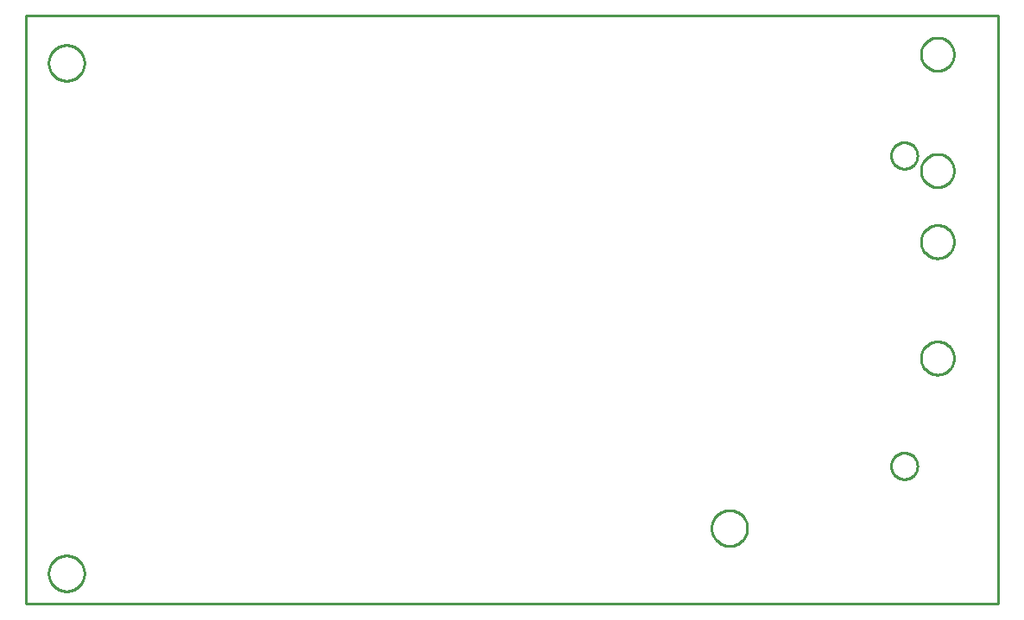
<source format=gbr>
G04 EAGLE Gerber RS-274X export*
G75*
%MOMM*%
%FSLAX34Y34*%
%LPD*%
%IN*%
%IPPOS*%
%AMOC8*
5,1,8,0,0,1.08239X$1,22.5*%
G01*
%ADD10C,0.254000*%


D10*
X0Y0D02*
X953950Y0D01*
X953950Y577610D01*
X0Y577610D01*
X0Y0D01*
X57500Y530527D02*
X57425Y529384D01*
X57276Y528248D01*
X57052Y527124D01*
X56755Y526017D01*
X56387Y524932D01*
X55949Y523874D01*
X55442Y522846D01*
X54869Y521854D01*
X54232Y520901D01*
X53535Y519992D01*
X52779Y519131D01*
X51969Y518321D01*
X51108Y517565D01*
X50199Y516868D01*
X49246Y516231D01*
X48254Y515658D01*
X47226Y515151D01*
X46168Y514713D01*
X45083Y514345D01*
X43976Y514048D01*
X42852Y513825D01*
X41716Y513675D01*
X40573Y513600D01*
X39427Y513600D01*
X38284Y513675D01*
X37148Y513825D01*
X36024Y514048D01*
X34917Y514345D01*
X33832Y514713D01*
X32774Y515151D01*
X31746Y515658D01*
X30754Y516231D01*
X29801Y516868D01*
X28892Y517565D01*
X28031Y518321D01*
X27221Y519131D01*
X26465Y519992D01*
X25768Y520901D01*
X25131Y521854D01*
X24558Y522846D01*
X24051Y523874D01*
X23613Y524932D01*
X23245Y526017D01*
X22948Y527124D01*
X22725Y528248D01*
X22575Y529384D01*
X22500Y530527D01*
X22500Y531673D01*
X22575Y532816D01*
X22725Y533952D01*
X22948Y535076D01*
X23245Y536183D01*
X23613Y537268D01*
X24051Y538326D01*
X24558Y539354D01*
X25131Y540346D01*
X25768Y541299D01*
X26465Y542208D01*
X27221Y543069D01*
X28031Y543879D01*
X28892Y544635D01*
X29801Y545332D01*
X30754Y545969D01*
X31746Y546542D01*
X32774Y547049D01*
X33832Y547487D01*
X34917Y547855D01*
X36024Y548152D01*
X37148Y548376D01*
X38284Y548525D01*
X39427Y548600D01*
X40573Y548600D01*
X41716Y548525D01*
X42852Y548376D01*
X43976Y548152D01*
X45083Y547855D01*
X46168Y547487D01*
X47226Y547049D01*
X48254Y546542D01*
X49246Y545969D01*
X50199Y545332D01*
X51108Y544635D01*
X51969Y543879D01*
X52779Y543069D01*
X53535Y542208D01*
X54232Y541299D01*
X54869Y540346D01*
X55442Y539354D01*
X55949Y538326D01*
X56387Y537268D01*
X56755Y536183D01*
X57052Y535076D01*
X57276Y533952D01*
X57425Y532816D01*
X57500Y531673D01*
X57500Y530527D01*
X707590Y73907D02*
X707515Y72764D01*
X707366Y71628D01*
X707142Y70504D01*
X706845Y69397D01*
X706477Y68312D01*
X706039Y67254D01*
X705532Y66226D01*
X704959Y65234D01*
X704322Y64281D01*
X703625Y63372D01*
X702869Y62511D01*
X702059Y61701D01*
X701198Y60945D01*
X700289Y60248D01*
X699336Y59611D01*
X698344Y59038D01*
X697316Y58531D01*
X696258Y58093D01*
X695173Y57725D01*
X694066Y57428D01*
X692942Y57205D01*
X691806Y57055D01*
X690663Y56980D01*
X689517Y56980D01*
X688374Y57055D01*
X687238Y57205D01*
X686114Y57428D01*
X685007Y57725D01*
X683922Y58093D01*
X682864Y58531D01*
X681836Y59038D01*
X680844Y59611D01*
X679891Y60248D01*
X678982Y60945D01*
X678121Y61701D01*
X677311Y62511D01*
X676555Y63372D01*
X675858Y64281D01*
X675221Y65234D01*
X674648Y66226D01*
X674141Y67254D01*
X673703Y68312D01*
X673335Y69397D01*
X673038Y70504D01*
X672815Y71628D01*
X672665Y72764D01*
X672590Y73907D01*
X672590Y75053D01*
X672665Y76196D01*
X672815Y77332D01*
X673038Y78456D01*
X673335Y79563D01*
X673703Y80648D01*
X674141Y81706D01*
X674648Y82734D01*
X675221Y83726D01*
X675858Y84679D01*
X676555Y85588D01*
X677311Y86449D01*
X678121Y87259D01*
X678982Y88015D01*
X679891Y88712D01*
X680844Y89349D01*
X681836Y89922D01*
X682864Y90429D01*
X683922Y90867D01*
X685007Y91235D01*
X686114Y91532D01*
X687238Y91756D01*
X688374Y91905D01*
X689517Y91980D01*
X690663Y91980D01*
X691806Y91905D01*
X692942Y91756D01*
X694066Y91532D01*
X695173Y91235D01*
X696258Y90867D01*
X697316Y90429D01*
X698344Y89922D01*
X699336Y89349D01*
X700289Y88712D01*
X701198Y88015D01*
X702059Y87259D01*
X702869Y86449D01*
X703625Y85588D01*
X704322Y84679D01*
X704959Y83726D01*
X705532Y82734D01*
X706039Y81706D01*
X706477Y80648D01*
X706845Y79563D01*
X707142Y78456D01*
X707366Y77332D01*
X707515Y76196D01*
X707590Y75053D01*
X707590Y73907D01*
X57500Y29427D02*
X57425Y28284D01*
X57276Y27148D01*
X57052Y26024D01*
X56755Y24917D01*
X56387Y23832D01*
X55949Y22774D01*
X55442Y21746D01*
X54869Y20754D01*
X54232Y19801D01*
X53535Y18892D01*
X52779Y18031D01*
X51969Y17221D01*
X51108Y16465D01*
X50199Y15768D01*
X49246Y15131D01*
X48254Y14558D01*
X47226Y14051D01*
X46168Y13613D01*
X45083Y13245D01*
X43976Y12948D01*
X42852Y12725D01*
X41716Y12575D01*
X40573Y12500D01*
X39427Y12500D01*
X38284Y12575D01*
X37148Y12725D01*
X36024Y12948D01*
X34917Y13245D01*
X33832Y13613D01*
X32774Y14051D01*
X31746Y14558D01*
X30754Y15131D01*
X29801Y15768D01*
X28892Y16465D01*
X28031Y17221D01*
X27221Y18031D01*
X26465Y18892D01*
X25768Y19801D01*
X25131Y20754D01*
X24558Y21746D01*
X24051Y22774D01*
X23613Y23832D01*
X23245Y24917D01*
X22948Y26024D01*
X22725Y27148D01*
X22575Y28284D01*
X22500Y29427D01*
X22500Y30573D01*
X22575Y31716D01*
X22725Y32852D01*
X22948Y33976D01*
X23245Y35083D01*
X23613Y36168D01*
X24051Y37226D01*
X24558Y38254D01*
X25131Y39246D01*
X25768Y40199D01*
X26465Y41108D01*
X27221Y41969D01*
X28031Y42779D01*
X28892Y43535D01*
X29801Y44232D01*
X30754Y44869D01*
X31746Y45442D01*
X32774Y45949D01*
X33832Y46387D01*
X34917Y46755D01*
X36024Y47052D01*
X37148Y47276D01*
X38284Y47425D01*
X39427Y47500D01*
X40573Y47500D01*
X41716Y47425D01*
X42852Y47276D01*
X43976Y47052D01*
X45083Y46755D01*
X46168Y46387D01*
X47226Y45949D01*
X48254Y45442D01*
X49246Y44869D01*
X50199Y44232D01*
X51108Y43535D01*
X51969Y42779D01*
X52779Y41969D01*
X53535Y41108D01*
X54232Y40199D01*
X54869Y39246D01*
X55442Y38254D01*
X55949Y37226D01*
X56387Y36168D01*
X56755Y35083D01*
X57052Y33976D01*
X57276Y32852D01*
X57425Y31716D01*
X57500Y30573D01*
X57500Y29427D01*
X874443Y134933D02*
X874364Y133922D01*
X874205Y132921D01*
X873968Y131935D01*
X873655Y130971D01*
X873267Y130034D01*
X872807Y129130D01*
X872277Y128266D01*
X871681Y127446D01*
X871022Y126675D01*
X870305Y125958D01*
X869534Y125299D01*
X868714Y124703D01*
X867850Y124173D01*
X866946Y123713D01*
X866009Y123325D01*
X865045Y123012D01*
X864059Y122775D01*
X863058Y122616D01*
X862047Y122537D01*
X861033Y122537D01*
X860022Y122616D01*
X859021Y122775D01*
X858035Y123012D01*
X857071Y123325D01*
X856134Y123713D01*
X855230Y124173D01*
X854366Y124703D01*
X853546Y125299D01*
X852775Y125958D01*
X852058Y126675D01*
X851399Y127446D01*
X850803Y128266D01*
X850273Y129130D01*
X849813Y130034D01*
X849425Y130971D01*
X849112Y131935D01*
X848875Y132921D01*
X848716Y133922D01*
X848637Y134933D01*
X848637Y135947D01*
X848716Y136958D01*
X848875Y137959D01*
X849112Y138945D01*
X849425Y139909D01*
X849813Y140846D01*
X850273Y141750D01*
X850803Y142614D01*
X851399Y143434D01*
X852058Y144205D01*
X852775Y144922D01*
X853546Y145581D01*
X854366Y146177D01*
X855230Y146707D01*
X856134Y147167D01*
X857071Y147555D01*
X858035Y147868D01*
X859021Y148105D01*
X860022Y148264D01*
X861033Y148343D01*
X862047Y148343D01*
X863058Y148264D01*
X864059Y148105D01*
X865045Y147868D01*
X866009Y147555D01*
X866946Y147167D01*
X867850Y146707D01*
X868714Y146177D01*
X869534Y145581D01*
X870305Y144922D01*
X871022Y144205D01*
X871681Y143434D01*
X872277Y142614D01*
X872807Y141750D01*
X873267Y140846D01*
X873655Y139909D01*
X873968Y138945D01*
X874205Y137959D01*
X874364Y136958D01*
X874443Y135947D01*
X874443Y134933D01*
X874443Y439733D02*
X874364Y438722D01*
X874205Y437721D01*
X873968Y436735D01*
X873655Y435771D01*
X873267Y434834D01*
X872807Y433930D01*
X872277Y433066D01*
X871681Y432246D01*
X871022Y431475D01*
X870305Y430758D01*
X869534Y430099D01*
X868714Y429503D01*
X867850Y428973D01*
X866946Y428513D01*
X866009Y428125D01*
X865045Y427812D01*
X864059Y427575D01*
X863058Y427416D01*
X862047Y427337D01*
X861033Y427337D01*
X860022Y427416D01*
X859021Y427575D01*
X858035Y427812D01*
X857071Y428125D01*
X856134Y428513D01*
X855230Y428973D01*
X854366Y429503D01*
X853546Y430099D01*
X852775Y430758D01*
X852058Y431475D01*
X851399Y432246D01*
X850803Y433066D01*
X850273Y433930D01*
X849813Y434834D01*
X849425Y435771D01*
X849112Y436735D01*
X848875Y437721D01*
X848716Y438722D01*
X848637Y439733D01*
X848637Y440747D01*
X848716Y441758D01*
X848875Y442759D01*
X849112Y443745D01*
X849425Y444709D01*
X849813Y445646D01*
X850273Y446550D01*
X850803Y447414D01*
X851399Y448234D01*
X852058Y449005D01*
X852775Y449722D01*
X853546Y450381D01*
X854366Y450977D01*
X855230Y451507D01*
X856134Y451967D01*
X857071Y452355D01*
X858035Y452668D01*
X859021Y452905D01*
X860022Y453064D01*
X861033Y453143D01*
X862047Y453143D01*
X863058Y453064D01*
X864059Y452905D01*
X865045Y452668D01*
X866009Y452355D01*
X866946Y451967D01*
X867850Y451507D01*
X868714Y450977D01*
X869534Y450381D01*
X870305Y449722D01*
X871022Y449005D01*
X871681Y448234D01*
X872277Y447414D01*
X872807Y446550D01*
X873267Y445646D01*
X873655Y444709D01*
X873968Y443745D01*
X874205Y442759D01*
X874364Y441758D01*
X874443Y440747D01*
X874443Y439733D01*
X894612Y441700D02*
X895674Y441630D01*
X896728Y441492D01*
X897772Y441284D01*
X898800Y441009D01*
X899807Y440667D01*
X900790Y440259D01*
X901744Y439789D01*
X902666Y439257D01*
X903550Y438666D01*
X904394Y438018D01*
X905194Y437317D01*
X905947Y436564D01*
X906648Y435764D01*
X907296Y434920D01*
X907887Y434036D01*
X908419Y433114D01*
X908889Y432160D01*
X909297Y431177D01*
X909639Y430170D01*
X909914Y429142D01*
X910122Y428098D01*
X910260Y427044D01*
X910330Y425982D01*
X910330Y424918D01*
X910260Y423856D01*
X910122Y422802D01*
X909914Y421758D01*
X909639Y420730D01*
X909297Y419723D01*
X908889Y418740D01*
X908419Y417786D01*
X907887Y416864D01*
X907296Y415980D01*
X906648Y415136D01*
X905947Y414336D01*
X905194Y413583D01*
X904394Y412882D01*
X903550Y412234D01*
X902666Y411643D01*
X901744Y411111D01*
X900790Y410641D01*
X899807Y410233D01*
X898800Y409891D01*
X897772Y409616D01*
X896728Y409408D01*
X895674Y409270D01*
X894612Y409200D01*
X893548Y409200D01*
X892486Y409270D01*
X891432Y409408D01*
X890388Y409616D01*
X889360Y409891D01*
X888353Y410233D01*
X887370Y410641D01*
X886416Y411111D01*
X885494Y411643D01*
X884610Y412234D01*
X883766Y412882D01*
X882966Y413583D01*
X882213Y414336D01*
X881512Y415136D01*
X880864Y415980D01*
X880273Y416864D01*
X879741Y417786D01*
X879271Y418740D01*
X878863Y419723D01*
X878521Y420730D01*
X878246Y421758D01*
X878038Y422802D01*
X877900Y423856D01*
X877830Y424918D01*
X877830Y425982D01*
X877900Y427044D01*
X878038Y428098D01*
X878246Y429142D01*
X878521Y430170D01*
X878863Y431177D01*
X879271Y432160D01*
X879741Y433114D01*
X880273Y434036D01*
X880864Y434920D01*
X881512Y435764D01*
X882213Y436564D01*
X882966Y437317D01*
X883766Y438018D01*
X884610Y438666D01*
X885494Y439257D01*
X886416Y439789D01*
X887370Y440259D01*
X888353Y440667D01*
X889360Y441009D01*
X890388Y441284D01*
X891432Y441492D01*
X892486Y441630D01*
X893548Y441700D01*
X894612Y441700D01*
X894612Y556000D02*
X895674Y555930D01*
X896728Y555792D01*
X897772Y555584D01*
X898800Y555309D01*
X899807Y554967D01*
X900790Y554559D01*
X901744Y554089D01*
X902666Y553557D01*
X903550Y552966D01*
X904394Y552318D01*
X905194Y551617D01*
X905947Y550864D01*
X906648Y550064D01*
X907296Y549220D01*
X907887Y548336D01*
X908419Y547414D01*
X908889Y546460D01*
X909297Y545477D01*
X909639Y544470D01*
X909914Y543442D01*
X910122Y542398D01*
X910260Y541344D01*
X910330Y540282D01*
X910330Y539218D01*
X910260Y538156D01*
X910122Y537102D01*
X909914Y536058D01*
X909639Y535030D01*
X909297Y534023D01*
X908889Y533040D01*
X908419Y532086D01*
X907887Y531164D01*
X907296Y530280D01*
X906648Y529436D01*
X905947Y528636D01*
X905194Y527883D01*
X904394Y527182D01*
X903550Y526534D01*
X902666Y525943D01*
X901744Y525411D01*
X900790Y524941D01*
X899807Y524533D01*
X898800Y524191D01*
X897772Y523916D01*
X896728Y523708D01*
X895674Y523570D01*
X894612Y523500D01*
X893548Y523500D01*
X892486Y523570D01*
X891432Y523708D01*
X890388Y523916D01*
X889360Y524191D01*
X888353Y524533D01*
X887370Y524941D01*
X886416Y525411D01*
X885494Y525943D01*
X884610Y526534D01*
X883766Y527182D01*
X882966Y527883D01*
X882213Y528636D01*
X881512Y529436D01*
X880864Y530280D01*
X880273Y531164D01*
X879741Y532086D01*
X879271Y533040D01*
X878863Y534023D01*
X878521Y535030D01*
X878246Y536058D01*
X878038Y537102D01*
X877900Y538156D01*
X877830Y539218D01*
X877830Y540282D01*
X877900Y541344D01*
X878038Y542398D01*
X878246Y543442D01*
X878521Y544470D01*
X878863Y545477D01*
X879271Y546460D01*
X879741Y547414D01*
X880273Y548336D01*
X880864Y549220D01*
X881512Y550064D01*
X882213Y550864D01*
X882966Y551617D01*
X883766Y552318D01*
X884610Y552966D01*
X885494Y553557D01*
X886416Y554089D01*
X887370Y554559D01*
X888353Y554967D01*
X889360Y555309D01*
X890388Y555584D01*
X891432Y555792D01*
X892486Y555930D01*
X893548Y556000D01*
X894612Y556000D01*
X894612Y257550D02*
X895674Y257480D01*
X896728Y257342D01*
X897772Y257134D01*
X898800Y256859D01*
X899807Y256517D01*
X900790Y256109D01*
X901744Y255639D01*
X902666Y255107D01*
X903550Y254516D01*
X904394Y253868D01*
X905194Y253167D01*
X905947Y252414D01*
X906648Y251614D01*
X907296Y250770D01*
X907887Y249886D01*
X908419Y248964D01*
X908889Y248010D01*
X909297Y247027D01*
X909639Y246020D01*
X909914Y244992D01*
X910122Y243948D01*
X910260Y242894D01*
X910330Y241832D01*
X910330Y240768D01*
X910260Y239706D01*
X910122Y238652D01*
X909914Y237608D01*
X909639Y236580D01*
X909297Y235573D01*
X908889Y234590D01*
X908419Y233636D01*
X907887Y232714D01*
X907296Y231830D01*
X906648Y230986D01*
X905947Y230186D01*
X905194Y229433D01*
X904394Y228732D01*
X903550Y228084D01*
X902666Y227493D01*
X901744Y226961D01*
X900790Y226491D01*
X899807Y226083D01*
X898800Y225741D01*
X897772Y225466D01*
X896728Y225258D01*
X895674Y225120D01*
X894612Y225050D01*
X893548Y225050D01*
X892486Y225120D01*
X891432Y225258D01*
X890388Y225466D01*
X889360Y225741D01*
X888353Y226083D01*
X887370Y226491D01*
X886416Y226961D01*
X885494Y227493D01*
X884610Y228084D01*
X883766Y228732D01*
X882966Y229433D01*
X882213Y230186D01*
X881512Y230986D01*
X880864Y231830D01*
X880273Y232714D01*
X879741Y233636D01*
X879271Y234590D01*
X878863Y235573D01*
X878521Y236580D01*
X878246Y237608D01*
X878038Y238652D01*
X877900Y239706D01*
X877830Y240768D01*
X877830Y241832D01*
X877900Y242894D01*
X878038Y243948D01*
X878246Y244992D01*
X878521Y246020D01*
X878863Y247027D01*
X879271Y248010D01*
X879741Y248964D01*
X880273Y249886D01*
X880864Y250770D01*
X881512Y251614D01*
X882213Y252414D01*
X882966Y253167D01*
X883766Y253868D01*
X884610Y254516D01*
X885494Y255107D01*
X886416Y255639D01*
X887370Y256109D01*
X888353Y256517D01*
X889360Y256859D01*
X890388Y257134D01*
X891432Y257342D01*
X892486Y257480D01*
X893548Y257550D01*
X894612Y257550D01*
X894612Y371850D02*
X895674Y371780D01*
X896728Y371642D01*
X897772Y371434D01*
X898800Y371159D01*
X899807Y370817D01*
X900790Y370409D01*
X901744Y369939D01*
X902666Y369407D01*
X903550Y368816D01*
X904394Y368168D01*
X905194Y367467D01*
X905947Y366714D01*
X906648Y365914D01*
X907296Y365070D01*
X907887Y364186D01*
X908419Y363264D01*
X908889Y362310D01*
X909297Y361327D01*
X909639Y360320D01*
X909914Y359292D01*
X910122Y358248D01*
X910260Y357194D01*
X910330Y356132D01*
X910330Y355068D01*
X910260Y354006D01*
X910122Y352952D01*
X909914Y351908D01*
X909639Y350880D01*
X909297Y349873D01*
X908889Y348890D01*
X908419Y347936D01*
X907887Y347014D01*
X907296Y346130D01*
X906648Y345286D01*
X905947Y344486D01*
X905194Y343733D01*
X904394Y343032D01*
X903550Y342384D01*
X902666Y341793D01*
X901744Y341261D01*
X900790Y340791D01*
X899807Y340383D01*
X898800Y340041D01*
X897772Y339766D01*
X896728Y339558D01*
X895674Y339420D01*
X894612Y339350D01*
X893548Y339350D01*
X892486Y339420D01*
X891432Y339558D01*
X890388Y339766D01*
X889360Y340041D01*
X888353Y340383D01*
X887370Y340791D01*
X886416Y341261D01*
X885494Y341793D01*
X884610Y342384D01*
X883766Y343032D01*
X882966Y343733D01*
X882213Y344486D01*
X881512Y345286D01*
X880864Y346130D01*
X880273Y347014D01*
X879741Y347936D01*
X879271Y348890D01*
X878863Y349873D01*
X878521Y350880D01*
X878246Y351908D01*
X878038Y352952D01*
X877900Y354006D01*
X877830Y355068D01*
X877830Y356132D01*
X877900Y357194D01*
X878038Y358248D01*
X878246Y359292D01*
X878521Y360320D01*
X878863Y361327D01*
X879271Y362310D01*
X879741Y363264D01*
X880273Y364186D01*
X880864Y365070D01*
X881512Y365914D01*
X882213Y366714D01*
X882966Y367467D01*
X883766Y368168D01*
X884610Y368816D01*
X885494Y369407D01*
X886416Y369939D01*
X887370Y370409D01*
X888353Y370817D01*
X889360Y371159D01*
X890388Y371434D01*
X891432Y371642D01*
X892486Y371780D01*
X893548Y371850D01*
X894612Y371850D01*
M02*

</source>
